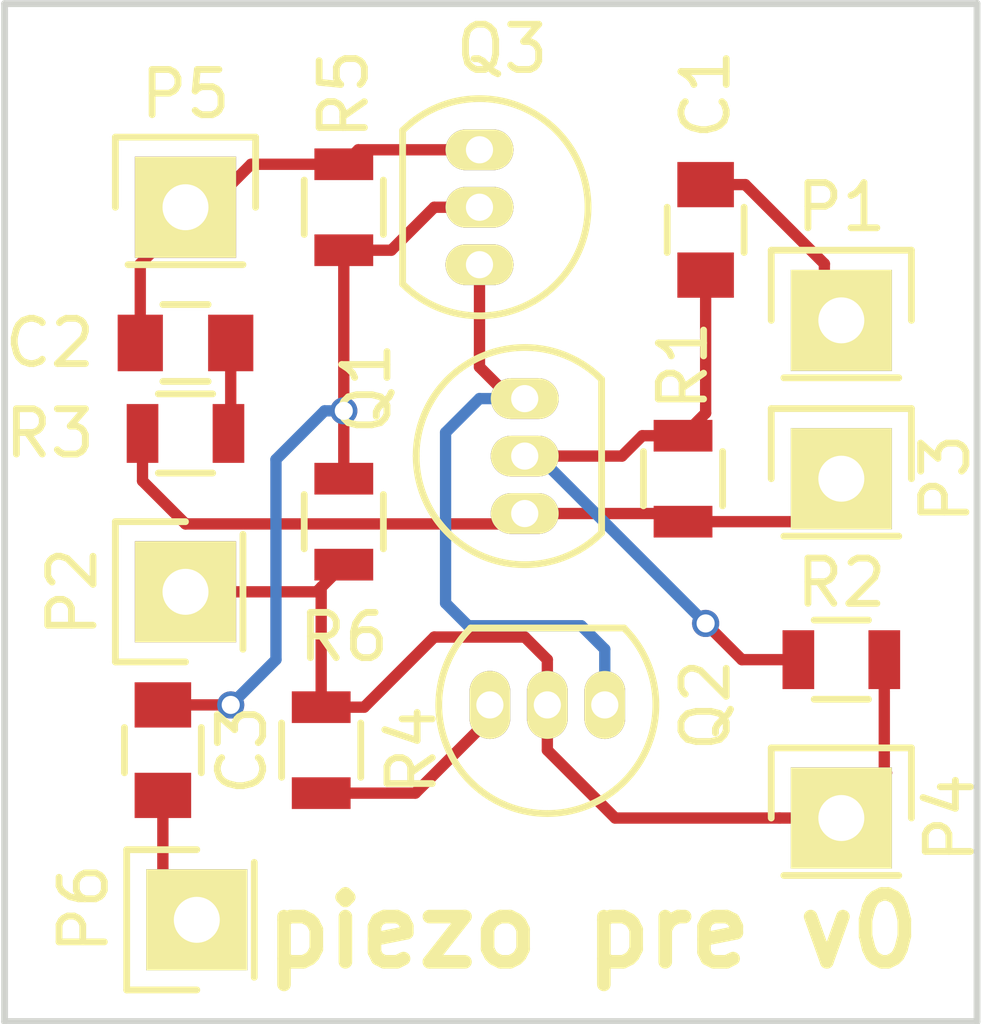
<source format=kicad_pcb>
(kicad_pcb (version 4) (host pcbnew 4.0.4+e1-6308~48~ubuntu14.04.1-stable)

  (general
    (links 23)
    (no_connects 0)
    (area 153.966667 90.419445 178.533334 115.783333)
    (thickness 1.6)
    (drawings 5)
    (tracks 77)
    (zones 0)
    (modules 18)
    (nets 11)
  )

  (page A4)
  (layers
    (0 F.Cu signal)
    (31 B.Cu signal)
    (32 B.Adhes user)
    (33 F.Adhes user)
    (34 B.Paste user)
    (35 F.Paste user)
    (36 B.SilkS user)
    (37 F.SilkS user)
    (38 B.Mask user)
    (39 F.Mask user)
    (40 Dwgs.User user)
    (41 Cmts.User user)
    (42 Eco1.User user)
    (43 Eco2.User user)
    (44 Edge.Cuts user)
    (45 Margin user)
    (46 B.CrtYd user)
    (47 F.CrtYd user)
    (48 B.Fab user hide)
    (49 F.Fab user hide)
  )

  (setup
    (last_trace_width 0.25)
    (trace_clearance 0.2)
    (zone_clearance 0.508)
    (zone_45_only no)
    (trace_min 0.2)
    (segment_width 0.2)
    (edge_width 0.15)
    (via_size 0.6)
    (via_drill 0.4)
    (via_min_size 0.4)
    (via_min_drill 0.3)
    (uvia_size 0.3)
    (uvia_drill 0.1)
    (uvias_allowed no)
    (uvia_min_size 0.2)
    (uvia_min_drill 0.1)
    (pcb_text_width 0.3)
    (pcb_text_size 1.5 1.5)
    (mod_edge_width 0.15)
    (mod_text_size 1 1)
    (mod_text_width 0.15)
    (pad_size 1.524 1.524)
    (pad_drill 0.762)
    (pad_to_mask_clearance 0.2)
    (aux_axis_origin 0 0)
    (visible_elements FFFFFF7F)
    (pcbplotparams
      (layerselection 0x00030_80000001)
      (usegerberextensions false)
      (excludeedgelayer true)
      (linewidth 0.100000)
      (plotframeref false)
      (viasonmask false)
      (mode 1)
      (useauxorigin false)
      (hpglpennumber 1)
      (hpglpenspeed 20)
      (hpglpendiameter 15)
      (hpglpenoverlay 2)
      (psnegative false)
      (psa4output false)
      (plotreference true)
      (plotvalue true)
      (plotinvisibletext false)
      (padsonsilk false)
      (subtractmaskfromsilk false)
      (outputformat 1)
      (mirror false)
      (drillshape 1)
      (scaleselection 1)
      (outputdirectory ""))
  )

  (net 0 "")
  (net 1 /PZ-IN1)
  (net 2 "Net-(C1-Pad2)")
  (net 3 "Net-(C2-Pad1)")
  (net 4 /XLR3)
  (net 5 "Net-(C3-Pad1)")
  (net 6 /PZ-IN2)
  (net 7 /PZ-GND)
  (net 8 /XLR2)
  (net 9 "Net-(Q1-Pad3)")
  (net 10 "Net-(Q2-Pad3)")

  (net_class Default "This is the default net class."
    (clearance 0.2)
    (trace_width 0.25)
    (via_dia 0.6)
    (via_drill 0.4)
    (uvia_dia 0.3)
    (uvia_drill 0.1)
    (add_net /PZ-GND)
    (add_net /PZ-IN1)
    (add_net /PZ-IN2)
    (add_net /XLR2)
    (add_net /XLR3)
    (add_net "Net-(C1-Pad2)")
    (add_net "Net-(C2-Pad1)")
    (add_net "Net-(C3-Pad1)")
    (add_net "Net-(Q1-Pad3)")
    (add_net "Net-(Q2-Pad3)")
  )

  (module Capacitors_SMD:C_0805 placed (layer F.Cu) (tedit 5415D6EA) (tstamp 57EEF93A)
    (at 170.5 95.5 270)
    (descr "Capacitor SMD 0805, reflow soldering, AVX (see smccp.pdf)")
    (tags "capacitor 0805")
    (path /57E24387)
    (attr smd)
    (fp_text reference C1 (at -3 0 270) (layer F.SilkS)
      (effects (font (size 1 1) (thickness 0.15)))
    )
    (fp_text value 220p (at 0 2.1 270) (layer F.Fab)
      (effects (font (size 1 1) (thickness 0.15)))
    )
    (fp_line (start -1.8 -1) (end 1.8 -1) (layer F.CrtYd) (width 0.05))
    (fp_line (start -1.8 1) (end 1.8 1) (layer F.CrtYd) (width 0.05))
    (fp_line (start -1.8 -1) (end -1.8 1) (layer F.CrtYd) (width 0.05))
    (fp_line (start 1.8 -1) (end 1.8 1) (layer F.CrtYd) (width 0.05))
    (fp_line (start 0.5 -0.85) (end -0.5 -0.85) (layer F.SilkS) (width 0.15))
    (fp_line (start -0.5 0.85) (end 0.5 0.85) (layer F.SilkS) (width 0.15))
    (pad 1 smd rect (at -1 0 270) (size 1 1.25) (layers F.Cu F.Paste F.Mask)
      (net 1 /PZ-IN1))
    (pad 2 smd rect (at 1 0 270) (size 1 1.25) (layers F.Cu F.Paste F.Mask)
      (net 2 "Net-(C1-Pad2)"))
    (model Capacitors_SMD.3dshapes/C_0805.wrl
      (at (xyz 0 0 0))
      (scale (xyz 1 1 1))
      (rotate (xyz 0 0 0))
    )
  )

  (module Capacitors_SMD:C_0805 placed (layer F.Cu) (tedit 5415D6EA) (tstamp 57EEF940)
    (at 159 98 180)
    (descr "Capacitor SMD 0805, reflow soldering, AVX (see smccp.pdf)")
    (tags "capacitor 0805")
    (path /57E24944)
    (attr smd)
    (fp_text reference C2 (at 3 0 180) (layer F.SilkS)
      (effects (font (size 1 1) (thickness 0.15)))
    )
    (fp_text value 220p (at 0 2.1 180) (layer F.Fab)
      (effects (font (size 1 1) (thickness 0.15)))
    )
    (fp_line (start -1.8 -1) (end 1.8 -1) (layer F.CrtYd) (width 0.05))
    (fp_line (start -1.8 1) (end 1.8 1) (layer F.CrtYd) (width 0.05))
    (fp_line (start -1.8 -1) (end -1.8 1) (layer F.CrtYd) (width 0.05))
    (fp_line (start 1.8 -1) (end 1.8 1) (layer F.CrtYd) (width 0.05))
    (fp_line (start 0.5 -0.85) (end -0.5 -0.85) (layer F.SilkS) (width 0.15))
    (fp_line (start -0.5 0.85) (end 0.5 0.85) (layer F.SilkS) (width 0.15))
    (pad 1 smd rect (at -1 0 180) (size 1 1.25) (layers F.Cu F.Paste F.Mask)
      (net 3 "Net-(C2-Pad1)"))
    (pad 2 smd rect (at 1 0 180) (size 1 1.25) (layers F.Cu F.Paste F.Mask)
      (net 4 /XLR3))
    (model Capacitors_SMD.3dshapes/C_0805.wrl
      (at (xyz 0 0 0))
      (scale (xyz 1 1 1))
      (rotate (xyz 0 0 0))
    )
  )

  (module Capacitors_SMD:C_0805 placed (layer F.Cu) (tedit 5415D6EA) (tstamp 57EEF946)
    (at 158.5 107 270)
    (descr "Capacitor SMD 0805, reflow soldering, AVX (see smccp.pdf)")
    (tags "capacitor 0805")
    (path /57E257BB)
    (attr smd)
    (fp_text reference C3 (at 0 -1.75 270) (layer F.SilkS)
      (effects (font (size 1 1) (thickness 0.15)))
    )
    (fp_text value 220p (at 0 2.1 270) (layer F.Fab)
      (effects (font (size 1 1) (thickness 0.15)))
    )
    (fp_line (start -1.8 -1) (end 1.8 -1) (layer F.CrtYd) (width 0.05))
    (fp_line (start -1.8 1) (end 1.8 1) (layer F.CrtYd) (width 0.05))
    (fp_line (start -1.8 -1) (end -1.8 1) (layer F.CrtYd) (width 0.05))
    (fp_line (start 1.8 -1) (end 1.8 1) (layer F.CrtYd) (width 0.05))
    (fp_line (start 0.5 -0.85) (end -0.5 -0.85) (layer F.SilkS) (width 0.15))
    (fp_line (start -0.5 0.85) (end 0.5 0.85) (layer F.SilkS) (width 0.15))
    (pad 1 smd rect (at -1 0 270) (size 1 1.25) (layers F.Cu F.Paste F.Mask)
      (net 5 "Net-(C3-Pad1)"))
    (pad 2 smd rect (at 1 0 270) (size 1 1.25) (layers F.Cu F.Paste F.Mask)
      (net 6 /PZ-IN2))
    (model Capacitors_SMD.3dshapes/C_0805.wrl
      (at (xyz 0 0 0))
      (scale (xyz 1 1 1))
      (rotate (xyz 0 0 0))
    )
  )

  (module Pin_Headers:Pin_Header_Straight_1x01 placed (layer F.Cu) (tedit 54EA08DC) (tstamp 57EEF94B)
    (at 173.5 97.5)
    (descr "Through hole pin header")
    (tags "pin header")
    (path /57E26FAC)
    (fp_text reference P1 (at 0 -2.5) (layer F.SilkS)
      (effects (font (size 1 1) (thickness 0.15)))
    )
    (fp_text value CONN_01X01 (at 0 -3.1) (layer F.Fab)
      (effects (font (size 1 1) (thickness 0.15)))
    )
    (fp_line (start 1.55 -1.55) (end 1.55 0) (layer F.SilkS) (width 0.15))
    (fp_line (start -1.75 -1.75) (end -1.75 1.75) (layer F.CrtYd) (width 0.05))
    (fp_line (start 1.75 -1.75) (end 1.75 1.75) (layer F.CrtYd) (width 0.05))
    (fp_line (start -1.75 -1.75) (end 1.75 -1.75) (layer F.CrtYd) (width 0.05))
    (fp_line (start -1.75 1.75) (end 1.75 1.75) (layer F.CrtYd) (width 0.05))
    (fp_line (start -1.55 0) (end -1.55 -1.55) (layer F.SilkS) (width 0.15))
    (fp_line (start -1.55 -1.55) (end 1.55 -1.55) (layer F.SilkS) (width 0.15))
    (fp_line (start -1.27 1.27) (end 1.27 1.27) (layer F.SilkS) (width 0.15))
    (pad 1 thru_hole rect (at 0 0) (size 2.2352 2.2352) (drill 1.016) (layers *.Cu *.Mask F.SilkS)
      (net 1 /PZ-IN1))
    (model Pin_Headers.3dshapes/Pin_Header_Straight_1x01.wrl
      (at (xyz 0 0 0))
      (scale (xyz 1 1 1))
      (rotate (xyz 0 0 90))
    )
  )

  (module Pin_Headers:Pin_Header_Straight_1x01 placed (layer F.Cu) (tedit 54EA08DC) (tstamp 57EEF950)
    (at 159 103.5 90)
    (descr "Through hole pin header")
    (tags "pin header")
    (path /57E27B2F)
    (fp_text reference P2 (at 0 -2.5 90) (layer F.SilkS)
      (effects (font (size 1 1) (thickness 0.15)))
    )
    (fp_text value CONN_01X01 (at 0 -3.1 90) (layer F.Fab)
      (effects (font (size 1 1) (thickness 0.15)))
    )
    (fp_line (start 1.55 -1.55) (end 1.55 0) (layer F.SilkS) (width 0.15))
    (fp_line (start -1.75 -1.75) (end -1.75 1.75) (layer F.CrtYd) (width 0.05))
    (fp_line (start 1.75 -1.75) (end 1.75 1.75) (layer F.CrtYd) (width 0.05))
    (fp_line (start -1.75 -1.75) (end 1.75 -1.75) (layer F.CrtYd) (width 0.05))
    (fp_line (start -1.75 1.75) (end 1.75 1.75) (layer F.CrtYd) (width 0.05))
    (fp_line (start -1.55 0) (end -1.55 -1.55) (layer F.SilkS) (width 0.15))
    (fp_line (start -1.55 -1.55) (end 1.55 -1.55) (layer F.SilkS) (width 0.15))
    (fp_line (start -1.27 1.27) (end 1.27 1.27) (layer F.SilkS) (width 0.15))
    (pad 1 thru_hole rect (at 0 0 90) (size 2.2352 2.2352) (drill 1.016) (layers *.Cu *.Mask F.SilkS)
      (net 7 /PZ-GND))
    (model Pin_Headers.3dshapes/Pin_Header_Straight_1x01.wrl
      (at (xyz 0 0 0))
      (scale (xyz 1 1 1))
      (rotate (xyz 0 0 90))
    )
  )

  (module Pin_Headers:Pin_Header_Straight_1x01 placed (layer F.Cu) (tedit 54EA08DC) (tstamp 57EEF955)
    (at 173.5 101)
    (descr "Through hole pin header")
    (tags "pin header")
    (path /57E277F4)
    (fp_text reference P3 (at 2.3 0 90) (layer F.SilkS)
      (effects (font (size 1 1) (thickness 0.15)))
    )
    (fp_text value CONN_01X01 (at 0 -3.1) (layer F.Fab)
      (effects (font (size 1 1) (thickness 0.15)))
    )
    (fp_line (start 1.55 -1.55) (end 1.55 0) (layer F.SilkS) (width 0.15))
    (fp_line (start -1.75 -1.75) (end -1.75 1.75) (layer F.CrtYd) (width 0.05))
    (fp_line (start 1.75 -1.75) (end 1.75 1.75) (layer F.CrtYd) (width 0.05))
    (fp_line (start -1.75 -1.75) (end 1.75 -1.75) (layer F.CrtYd) (width 0.05))
    (fp_line (start -1.75 1.75) (end 1.75 1.75) (layer F.CrtYd) (width 0.05))
    (fp_line (start -1.55 0) (end -1.55 -1.55) (layer F.SilkS) (width 0.15))
    (fp_line (start -1.55 -1.55) (end 1.55 -1.55) (layer F.SilkS) (width 0.15))
    (fp_line (start -1.27 1.27) (end 1.27 1.27) (layer F.SilkS) (width 0.15))
    (pad 1 thru_hole rect (at 0 0) (size 2.2352 2.2352) (drill 1.016) (layers *.Cu *.Mask F.SilkS)
      (net 8 /XLR2))
    (model Pin_Headers.3dshapes/Pin_Header_Straight_1x01.wrl
      (at (xyz 0 0 0))
      (scale (xyz 1 1 1))
      (rotate (xyz 0 0 90))
    )
  )

  (module Pin_Headers:Pin_Header_Straight_1x01 placed (layer F.Cu) (tedit 54EA08DC) (tstamp 57EEF95A)
    (at 173.5 108.5)
    (descr "Through hole pin header")
    (tags "pin header")
    (path /57E27A1E)
    (fp_text reference P4 (at 2.4 0 90) (layer F.SilkS)
      (effects (font (size 1 1) (thickness 0.15)))
    )
    (fp_text value CONN_01X01 (at 0 -3.1) (layer F.Fab)
      (effects (font (size 1 1) (thickness 0.15)))
    )
    (fp_line (start 1.55 -1.55) (end 1.55 0) (layer F.SilkS) (width 0.15))
    (fp_line (start -1.75 -1.75) (end -1.75 1.75) (layer F.CrtYd) (width 0.05))
    (fp_line (start 1.75 -1.75) (end 1.75 1.75) (layer F.CrtYd) (width 0.05))
    (fp_line (start -1.75 -1.75) (end 1.75 -1.75) (layer F.CrtYd) (width 0.05))
    (fp_line (start -1.75 1.75) (end 1.75 1.75) (layer F.CrtYd) (width 0.05))
    (fp_line (start -1.55 0) (end -1.55 -1.55) (layer F.SilkS) (width 0.15))
    (fp_line (start -1.55 -1.55) (end 1.55 -1.55) (layer F.SilkS) (width 0.15))
    (fp_line (start -1.27 1.27) (end 1.27 1.27) (layer F.SilkS) (width 0.15))
    (pad 1 thru_hole rect (at 0 0) (size 2.2352 2.2352) (drill 1.016) (layers *.Cu *.Mask F.SilkS)
      (net 7 /PZ-GND))
    (model Pin_Headers.3dshapes/Pin_Header_Straight_1x01.wrl
      (at (xyz 0 0 0))
      (scale (xyz 1 1 1))
      (rotate (xyz 0 0 90))
    )
  )

  (module Pin_Headers:Pin_Header_Straight_1x01 placed (layer F.Cu) (tedit 54EA08DC) (tstamp 57EEF95F)
    (at 159 95)
    (descr "Through hole pin header")
    (tags "pin header")
    (path /57E27860)
    (fp_text reference P5 (at 0 -2.5) (layer F.SilkS)
      (effects (font (size 1 1) (thickness 0.15)))
    )
    (fp_text value CONN_01X01 (at 0 -3.1) (layer F.Fab)
      (effects (font (size 1 1) (thickness 0.15)))
    )
    (fp_line (start 1.55 -1.55) (end 1.55 0) (layer F.SilkS) (width 0.15))
    (fp_line (start -1.75 -1.75) (end -1.75 1.75) (layer F.CrtYd) (width 0.05))
    (fp_line (start 1.75 -1.75) (end 1.75 1.75) (layer F.CrtYd) (width 0.05))
    (fp_line (start -1.75 -1.75) (end 1.75 -1.75) (layer F.CrtYd) (width 0.05))
    (fp_line (start -1.75 1.75) (end 1.75 1.75) (layer F.CrtYd) (width 0.05))
    (fp_line (start -1.55 0) (end -1.55 -1.55) (layer F.SilkS) (width 0.15))
    (fp_line (start -1.55 -1.55) (end 1.55 -1.55) (layer F.SilkS) (width 0.15))
    (fp_line (start -1.27 1.27) (end 1.27 1.27) (layer F.SilkS) (width 0.15))
    (pad 1 thru_hole rect (at 0 0) (size 2.2352 2.2352) (drill 1.016) (layers *.Cu *.Mask F.SilkS)
      (net 4 /XLR3))
    (model Pin_Headers.3dshapes/Pin_Header_Straight_1x01.wrl
      (at (xyz 0 0 0))
      (scale (xyz 1 1 1))
      (rotate (xyz 0 0 90))
    )
  )

  (module Pin_Headers:Pin_Header_Straight_1x01 placed (layer F.Cu) (tedit 54EA08DC) (tstamp 57EEF964)
    (at 159.25 110.75 90)
    (descr "Through hole pin header")
    (tags "pin header")
    (path /57E27950)
    (fp_text reference P6 (at 0.25 -2.5 90) (layer F.SilkS)
      (effects (font (size 1 1) (thickness 0.15)))
    )
    (fp_text value CONN_01X01 (at 0 -3.1 90) (layer F.Fab)
      (effects (font (size 1 1) (thickness 0.15)))
    )
    (fp_line (start 1.55 -1.55) (end 1.55 0) (layer F.SilkS) (width 0.15))
    (fp_line (start -1.75 -1.75) (end -1.75 1.75) (layer F.CrtYd) (width 0.05))
    (fp_line (start 1.75 -1.75) (end 1.75 1.75) (layer F.CrtYd) (width 0.05))
    (fp_line (start -1.75 -1.75) (end 1.75 -1.75) (layer F.CrtYd) (width 0.05))
    (fp_line (start -1.75 1.75) (end 1.75 1.75) (layer F.CrtYd) (width 0.05))
    (fp_line (start -1.55 0) (end -1.55 -1.55) (layer F.SilkS) (width 0.15))
    (fp_line (start -1.55 -1.55) (end 1.55 -1.55) (layer F.SilkS) (width 0.15))
    (fp_line (start -1.27 1.27) (end 1.27 1.27) (layer F.SilkS) (width 0.15))
    (pad 1 thru_hole rect (at 0 0 90) (size 2.2352 2.2352) (drill 1.016) (layers *.Cu *.Mask F.SilkS)
      (net 6 /PZ-IN2))
    (model Pin_Headers.3dshapes/Pin_Header_Straight_1x01.wrl
      (at (xyz 0 0 0))
      (scale (xyz 1 1 1))
      (rotate (xyz 0 0 90))
    )
  )

  (module TO_SOT_Packages_THT:TO-92_Inline_Narrow_Oval placed (layer F.Cu) (tedit 54F24281) (tstamp 57EEF96B)
    (at 166.5 101.77 90)
    (descr "TO-92 leads in-line, narrow, oval pads, drill 0.6mm (see NXP sot054_po.pdf)")
    (tags "to-92 sc-43 sc-43a sot54 PA33 transistor")
    (path /57E24501)
    (fp_text reference Q1 (at 2.77 -3.5 270) (layer F.SilkS)
      (effects (font (size 1 1) (thickness 0.15)))
    )
    (fp_text value 2N3819 (at 0 3 90) (layer F.Fab)
      (effects (font (size 1 1) (thickness 0.15)))
    )
    (fp_line (start -1.4 1.95) (end -1.4 -2.65) (layer F.CrtYd) (width 0.05))
    (fp_line (start -1.4 1.95) (end 3.95 1.95) (layer F.CrtYd) (width 0.05))
    (fp_line (start -0.43 1.7) (end 2.97 1.7) (layer F.SilkS) (width 0.15))
    (fp_arc (start 1.27 0) (end 1.27 -2.4) (angle -135) (layer F.SilkS) (width 0.15))
    (fp_arc (start 1.27 0) (end 1.27 -2.4) (angle 135) (layer F.SilkS) (width 0.15))
    (fp_line (start -1.4 -2.65) (end 3.95 -2.65) (layer F.CrtYd) (width 0.05))
    (fp_line (start 3.95 1.95) (end 3.95 -2.65) (layer F.CrtYd) (width 0.05))
    (pad 2 thru_hole oval (at 1.27 0 270) (size 0.89916 1.50114) (drill 0.6) (layers *.Cu *.Mask F.SilkS)
      (net 2 "Net-(C1-Pad2)"))
    (pad 3 thru_hole oval (at 2.54 0 270) (size 0.89916 1.50114) (drill 0.6) (layers *.Cu *.Mask F.SilkS)
      (net 9 "Net-(Q1-Pad3)"))
    (pad 1 thru_hole oval (at 0 0 270) (size 0.89916 1.50114) (drill 0.6) (layers *.Cu *.Mask F.SilkS)
      (net 8 /XLR2))
    (model TO_SOT_Packages_THT.3dshapes/TO-92_Inline_Narrow_Oval.wrl
      (at (xyz 0.05 0 0))
      (scale (xyz 1 1 1))
      (rotate (xyz 0 0 -90))
    )
  )

  (module TO_SOT_Packages_THT:TO-92_Inline_Narrow_Oval placed (layer F.Cu) (tedit 54F24281) (tstamp 57EEF972)
    (at 168.27 106 180)
    (descr "TO-92 leads in-line, narrow, oval pads, drill 0.6mm (see NXP sot054_po.pdf)")
    (tags "to-92 sc-43 sc-43a sot54 PA33 transistor")
    (path /57E24DED)
    (fp_text reference Q2 (at -2.23 0 270) (layer F.SilkS)
      (effects (font (size 1 1) (thickness 0.15)))
    )
    (fp_text value 2N3819 (at 0 3 180) (layer F.Fab)
      (effects (font (size 1 1) (thickness 0.15)))
    )
    (fp_line (start -1.4 1.95) (end -1.4 -2.65) (layer F.CrtYd) (width 0.05))
    (fp_line (start -1.4 1.95) (end 3.95 1.95) (layer F.CrtYd) (width 0.05))
    (fp_line (start -0.43 1.7) (end 2.97 1.7) (layer F.SilkS) (width 0.15))
    (fp_arc (start 1.27 0) (end 1.27 -2.4) (angle -135) (layer F.SilkS) (width 0.15))
    (fp_arc (start 1.27 0) (end 1.27 -2.4) (angle 135) (layer F.SilkS) (width 0.15))
    (fp_line (start -1.4 -2.65) (end 3.95 -2.65) (layer F.CrtYd) (width 0.05))
    (fp_line (start 3.95 1.95) (end 3.95 -2.65) (layer F.CrtYd) (width 0.05))
    (pad 2 thru_hole oval (at 1.27 0) (size 0.89916 1.50114) (drill 0.6) (layers *.Cu *.Mask F.SilkS)
      (net 7 /PZ-GND))
    (pad 3 thru_hole oval (at 2.54 0) (size 0.89916 1.50114) (drill 0.6) (layers *.Cu *.Mask F.SilkS)
      (net 10 "Net-(Q2-Pad3)"))
    (pad 1 thru_hole oval (at 0 0) (size 0.89916 1.50114) (drill 0.6) (layers *.Cu *.Mask F.SilkS)
      (net 9 "Net-(Q1-Pad3)"))
    (model TO_SOT_Packages_THT.3dshapes/TO-92_Inline_Narrow_Oval.wrl
      (at (xyz 0.05 0 0))
      (scale (xyz 1 1 1))
      (rotate (xyz 0 0 -90))
    )
  )

  (module TO_SOT_Packages_THT:TO-92_Inline_Narrow_Oval placed (layer F.Cu) (tedit 54F24281) (tstamp 57EEF979)
    (at 165.5 93.73 270)
    (descr "TO-92 leads in-line, narrow, oval pads, drill 0.6mm (see NXP sot054_po.pdf)")
    (tags "to-92 sc-43 sc-43a sot54 PA33 transistor")
    (path /57E24CAE)
    (fp_text reference Q3 (at -2.23 -0.5 540) (layer F.SilkS)
      (effects (font (size 1 1) (thickness 0.15)))
    )
    (fp_text value 2N3819 (at 0 3 270) (layer F.Fab)
      (effects (font (size 1 1) (thickness 0.15)))
    )
    (fp_line (start -1.4 1.95) (end -1.4 -2.65) (layer F.CrtYd) (width 0.05))
    (fp_line (start -1.4 1.95) (end 3.95 1.95) (layer F.CrtYd) (width 0.05))
    (fp_line (start -0.43 1.7) (end 2.97 1.7) (layer F.SilkS) (width 0.15))
    (fp_arc (start 1.27 0) (end 1.27 -2.4) (angle -135) (layer F.SilkS) (width 0.15))
    (fp_arc (start 1.27 0) (end 1.27 -2.4) (angle 135) (layer F.SilkS) (width 0.15))
    (fp_line (start -1.4 -2.65) (end 3.95 -2.65) (layer F.CrtYd) (width 0.05))
    (fp_line (start 3.95 1.95) (end 3.95 -2.65) (layer F.CrtYd) (width 0.05))
    (pad 2 thru_hole oval (at 1.27 0 90) (size 0.89916 1.50114) (drill 0.6) (layers *.Cu *.Mask F.SilkS)
      (net 5 "Net-(C3-Pad1)"))
    (pad 3 thru_hole oval (at 2.54 0 90) (size 0.89916 1.50114) (drill 0.6) (layers *.Cu *.Mask F.SilkS)
      (net 9 "Net-(Q1-Pad3)"))
    (pad 1 thru_hole oval (at 0 0 90) (size 0.89916 1.50114) (drill 0.6) (layers *.Cu *.Mask F.SilkS)
      (net 4 /XLR3))
    (model TO_SOT_Packages_THT.3dshapes/TO-92_Inline_Narrow_Oval.wrl
      (at (xyz 0.05 0 0))
      (scale (xyz 1 1 1))
      (rotate (xyz 0 0 -90))
    )
  )

  (module Resistors_SMD:R_0805 placed (layer F.Cu) (tedit 5415CDEB) (tstamp 57EEF97F)
    (at 170 101 90)
    (descr "Resistor SMD 0805, reflow soldering, Vishay (see dcrcw.pdf)")
    (tags "resistor 0805")
    (path /57E2447B)
    (attr smd)
    (fp_text reference R1 (at 2.5 0 90) (layer F.SilkS)
      (effects (font (size 1 1) (thickness 0.15)))
    )
    (fp_text value 3M (at 0 2.1 90) (layer F.Fab)
      (effects (font (size 1 1) (thickness 0.15)))
    )
    (fp_line (start -1.6 -1) (end 1.6 -1) (layer F.CrtYd) (width 0.05))
    (fp_line (start -1.6 1) (end 1.6 1) (layer F.CrtYd) (width 0.05))
    (fp_line (start -1.6 -1) (end -1.6 1) (layer F.CrtYd) (width 0.05))
    (fp_line (start 1.6 -1) (end 1.6 1) (layer F.CrtYd) (width 0.05))
    (fp_line (start 0.6 0.875) (end -0.6 0.875) (layer F.SilkS) (width 0.15))
    (fp_line (start -0.6 -0.875) (end 0.6 -0.875) (layer F.SilkS) (width 0.15))
    (pad 1 smd rect (at -0.95 0 90) (size 0.7 1.3) (layers F.Cu F.Paste F.Mask)
      (net 8 /XLR2))
    (pad 2 smd rect (at 0.95 0 90) (size 0.7 1.3) (layers F.Cu F.Paste F.Mask)
      (net 2 "Net-(C1-Pad2)"))
    (model Resistors_SMD.3dshapes/R_0805.wrl
      (at (xyz 0 0 0))
      (scale (xyz 1 1 1))
      (rotate (xyz 0 0 0))
    )
  )

  (module Resistors_SMD:R_0805 placed (layer F.Cu) (tedit 5415CDEB) (tstamp 57EEF985)
    (at 173.5 105)
    (descr "Resistor SMD 0805, reflow soldering, Vishay (see dcrcw.pdf)")
    (tags "resistor 0805")
    (path /57E248A9)
    (attr smd)
    (fp_text reference R2 (at 0 -1.7) (layer F.SilkS)
      (effects (font (size 1 1) (thickness 0.15)))
    )
    (fp_text value 3M (at 0 2.1) (layer F.Fab)
      (effects (font (size 1 1) (thickness 0.15)))
    )
    (fp_line (start -1.6 -1) (end 1.6 -1) (layer F.CrtYd) (width 0.05))
    (fp_line (start -1.6 1) (end 1.6 1) (layer F.CrtYd) (width 0.05))
    (fp_line (start -1.6 -1) (end -1.6 1) (layer F.CrtYd) (width 0.05))
    (fp_line (start 1.6 -1) (end 1.6 1) (layer F.CrtYd) (width 0.05))
    (fp_line (start 0.6 0.875) (end -0.6 0.875) (layer F.SilkS) (width 0.15))
    (fp_line (start -0.6 -0.875) (end 0.6 -0.875) (layer F.SilkS) (width 0.15))
    (pad 1 smd rect (at -0.95 0) (size 0.7 1.3) (layers F.Cu F.Paste F.Mask)
      (net 2 "Net-(C1-Pad2)"))
    (pad 2 smd rect (at 0.95 0) (size 0.7 1.3) (layers F.Cu F.Paste F.Mask)
      (net 7 /PZ-GND))
    (model Resistors_SMD.3dshapes/R_0805.wrl
      (at (xyz 0 0 0))
      (scale (xyz 1 1 1))
      (rotate (xyz 0 0 0))
    )
  )

  (module Resistors_SMD:R_0805 placed (layer F.Cu) (tedit 5415CDEB) (tstamp 57EEF98B)
    (at 159 100)
    (descr "Resistor SMD 0805, reflow soldering, Vishay (see dcrcw.pdf)")
    (tags "resistor 0805")
    (path /57E249F4)
    (attr smd)
    (fp_text reference R3 (at -3 0) (layer F.SilkS)
      (effects (font (size 1 1) (thickness 0.15)))
    )
    (fp_text value 150 (at 0 2.1) (layer F.Fab)
      (effects (font (size 1 1) (thickness 0.15)))
    )
    (fp_line (start -1.6 -1) (end 1.6 -1) (layer F.CrtYd) (width 0.05))
    (fp_line (start -1.6 1) (end 1.6 1) (layer F.CrtYd) (width 0.05))
    (fp_line (start -1.6 -1) (end -1.6 1) (layer F.CrtYd) (width 0.05))
    (fp_line (start 1.6 -1) (end 1.6 1) (layer F.CrtYd) (width 0.05))
    (fp_line (start 0.6 0.875) (end -0.6 0.875) (layer F.SilkS) (width 0.15))
    (fp_line (start -0.6 -0.875) (end 0.6 -0.875) (layer F.SilkS) (width 0.15))
    (pad 1 smd rect (at -0.95 0) (size 0.7 1.3) (layers F.Cu F.Paste F.Mask)
      (net 8 /XLR2))
    (pad 2 smd rect (at 0.95 0) (size 0.7 1.3) (layers F.Cu F.Paste F.Mask)
      (net 3 "Net-(C2-Pad1)"))
    (model Resistors_SMD.3dshapes/R_0805.wrl
      (at (xyz 0 0 0))
      (scale (xyz 1 1 1))
      (rotate (xyz 0 0 0))
    )
  )

  (module Resistors_SMD:R_0805 placed (layer F.Cu) (tedit 5415CDEB) (tstamp 57EEF991)
    (at 162 107 90)
    (descr "Resistor SMD 0805, reflow soldering, Vishay (see dcrcw.pdf)")
    (tags "resistor 0805")
    (path /57E25184)
    (attr smd)
    (fp_text reference R4 (at 0 2 270) (layer F.SilkS)
      (effects (font (size 1 1) (thickness 0.15)))
    )
    (fp_text value 1k (at 0 2.1 90) (layer F.Fab)
      (effects (font (size 1 1) (thickness 0.15)))
    )
    (fp_line (start -1.6 -1) (end 1.6 -1) (layer F.CrtYd) (width 0.05))
    (fp_line (start -1.6 1) (end 1.6 1) (layer F.CrtYd) (width 0.05))
    (fp_line (start -1.6 -1) (end -1.6 1) (layer F.CrtYd) (width 0.05))
    (fp_line (start 1.6 -1) (end 1.6 1) (layer F.CrtYd) (width 0.05))
    (fp_line (start 0.6 0.875) (end -0.6 0.875) (layer F.SilkS) (width 0.15))
    (fp_line (start -0.6 -0.875) (end 0.6 -0.875) (layer F.SilkS) (width 0.15))
    (pad 1 smd rect (at -0.95 0 90) (size 0.7 1.3) (layers F.Cu F.Paste F.Mask)
      (net 10 "Net-(Q2-Pad3)"))
    (pad 2 smd rect (at 0.95 0 90) (size 0.7 1.3) (layers F.Cu F.Paste F.Mask)
      (net 7 /PZ-GND))
    (model Resistors_SMD.3dshapes/R_0805.wrl
      (at (xyz 0 0 0))
      (scale (xyz 1 1 1))
      (rotate (xyz 0 0 0))
    )
  )

  (module Resistors_SMD:R_0805 placed (layer F.Cu) (tedit 5415CDEB) (tstamp 57EEF997)
    (at 162.5 95 270)
    (descr "Resistor SMD 0805, reflow soldering, Vishay (see dcrcw.pdf)")
    (tags "resistor 0805")
    (path /57E25EDD)
    (attr smd)
    (fp_text reference R5 (at -2.5 0 270) (layer F.SilkS)
      (effects (font (size 1 1) (thickness 0.15)))
    )
    (fp_text value 3M (at 0 2.1 270) (layer F.Fab)
      (effects (font (size 1 1) (thickness 0.15)))
    )
    (fp_line (start -1.6 -1) (end 1.6 -1) (layer F.CrtYd) (width 0.05))
    (fp_line (start -1.6 1) (end 1.6 1) (layer F.CrtYd) (width 0.05))
    (fp_line (start -1.6 -1) (end -1.6 1) (layer F.CrtYd) (width 0.05))
    (fp_line (start 1.6 -1) (end 1.6 1) (layer F.CrtYd) (width 0.05))
    (fp_line (start 0.6 0.875) (end -0.6 0.875) (layer F.SilkS) (width 0.15))
    (fp_line (start -0.6 -0.875) (end 0.6 -0.875) (layer F.SilkS) (width 0.15))
    (pad 1 smd rect (at -0.95 0 270) (size 0.7 1.3) (layers F.Cu F.Paste F.Mask)
      (net 4 /XLR3))
    (pad 2 smd rect (at 0.95 0 270) (size 0.7 1.3) (layers F.Cu F.Paste F.Mask)
      (net 5 "Net-(C3-Pad1)"))
    (model Resistors_SMD.3dshapes/R_0805.wrl
      (at (xyz 0 0 0))
      (scale (xyz 1 1 1))
      (rotate (xyz 0 0 0))
    )
  )

  (module Resistors_SMD:R_0805 placed (layer F.Cu) (tedit 5415CDEB) (tstamp 57EEF99D)
    (at 162.5 101.95 270)
    (descr "Resistor SMD 0805, reflow soldering, Vishay (see dcrcw.pdf)")
    (tags "resistor 0805")
    (path /57E253BE)
    (attr smd)
    (fp_text reference R6 (at 2.55 0 360) (layer F.SilkS)
      (effects (font (size 1 1) (thickness 0.15)))
    )
    (fp_text value 3M (at 0 2.1 270) (layer F.Fab)
      (effects (font (size 1 1) (thickness 0.15)))
    )
    (fp_line (start -1.6 -1) (end 1.6 -1) (layer F.CrtYd) (width 0.05))
    (fp_line (start -1.6 1) (end 1.6 1) (layer F.CrtYd) (width 0.05))
    (fp_line (start -1.6 -1) (end -1.6 1) (layer F.CrtYd) (width 0.05))
    (fp_line (start 1.6 -1) (end 1.6 1) (layer F.CrtYd) (width 0.05))
    (fp_line (start 0.6 0.875) (end -0.6 0.875) (layer F.SilkS) (width 0.15))
    (fp_line (start -0.6 -0.875) (end 0.6 -0.875) (layer F.SilkS) (width 0.15))
    (pad 1 smd rect (at -0.95 0 270) (size 0.7 1.3) (layers F.Cu F.Paste F.Mask)
      (net 5 "Net-(C3-Pad1)"))
    (pad 2 smd rect (at 0.95 0 270) (size 0.7 1.3) (layers F.Cu F.Paste F.Mask)
      (net 7 /PZ-GND))
    (model Resistors_SMD.3dshapes/R_0805.wrl
      (at (xyz 0 0 0))
      (scale (xyz 1 1 1))
      (rotate (xyz 0 0 0))
    )
  )

  (gr_line (start 176.5 90.5) (end 155 90.5) (layer Edge.Cuts) (width 0.15))
  (gr_line (start 176.5 113) (end 176.5 90.494446) (layer Edge.Cuts) (width 0.15))
  (gr_line (start 155 113) (end 176.5 113) (layer Edge.Cuts) (width 0.15))
  (gr_text "piezo pre v0" (at 168 111) (layer F.SilkS)
    (effects (font (size 1.5 1.5) (thickness 0.3)))
  )
  (gr_line (start 155 90.5) (end 155 113) (layer Edge.Cuts) (width 0.15))

  (segment (start 173.125 96.25) (end 173.125 97.125) (width 0.25) (layer F.Cu) (net 1))
  (segment (start 173.125 97.125) (end 173.5 97.5) (width 0.25) (layer F.Cu) (net 1))
  (segment (start 170.5 94.5) (end 171.375 94.5) (width 0.25) (layer F.Cu) (net 1))
  (segment (start 171.375 94.5) (end 173.125 96.25) (width 0.25) (layer F.Cu) (net 1))
  (segment (start 170.5 96.5) (end 170.5 99.55) (width 0.25) (layer F.Cu) (net 2))
  (segment (start 170.5 99.55) (end 170 100.05) (width 0.25) (layer F.Cu) (net 2))
  (segment (start 171.30099 105) (end 172.55 105) (width 0.25) (layer F.Cu) (net 2))
  (segment (start 170.5 104.19901) (end 171.30099 105) (width 0.25) (layer F.Cu) (net 2))
  (via (at 170.5 104.19901) (size 0.6) (drill 0.4) (layers F.Cu B.Cu) (net 2))
  (segment (start 166.5 100.5) (end 166.80099 100.5) (width 0.25) (layer B.Cu) (net 2))
  (segment (start 166.80099 100.5) (end 170.5 104.19901) (width 0.25) (layer B.Cu) (net 2))
  (segment (start 170 100.05) (end 169.1 100.05) (width 0.25) (layer F.Cu) (net 2))
  (segment (start 169.1 100.05) (end 168.65 100.5) (width 0.25) (layer F.Cu) (net 2))
  (segment (start 168.65 100.5) (end 166.5 100.5) (width 0.25) (layer F.Cu) (net 2))
  (segment (start 160 98) (end 160 99.95) (width 0.25) (layer F.Cu) (net 3))
  (segment (start 160 99.95) (end 159.95 100) (width 0.25) (layer F.Cu) (net 3))
  (segment (start 165.5 93.73) (end 162.82 93.73) (width 0.25) (layer F.Cu) (net 4))
  (segment (start 162.82 93.73) (end 162.5 94.05) (width 0.25) (layer F.Cu) (net 4))
  (segment (start 162.5 94.05) (end 160.45 94.05) (width 0.25) (layer F.Cu) (net 4))
  (segment (start 160.45 94.05) (end 159.5 95) (width 0.25) (layer F.Cu) (net 4))
  (segment (start 159.5 95) (end 159 95) (width 0.25) (layer F.Cu) (net 4))
  (segment (start 158 96.25) (end 158 98) (width 0.25) (layer F.Cu) (net 4))
  (segment (start 159 95) (end 159 95.25) (width 0.25) (layer F.Cu) (net 4))
  (segment (start 159 95.25) (end 158 96.25) (width 0.25) (layer F.Cu) (net 4))
  (segment (start 162.5 95.95) (end 162.5 99.5) (width 0.25) (layer F.Cu) (net 5))
  (segment (start 165.5 95) (end 164.49943 95) (width 0.25) (layer F.Cu) (net 5))
  (segment (start 164.49943 95) (end 163.54943 95.95) (width 0.25) (layer F.Cu) (net 5))
  (segment (start 163.54943 95.95) (end 162.5 95.95) (width 0.25) (layer F.Cu) (net 5))
  (segment (start 160 106) (end 158.5 106) (width 0.25) (layer F.Cu) (net 5))
  (via (at 160 106) (size 0.6) (drill 0.4) (layers F.Cu B.Cu) (net 5))
  (segment (start 161 105) (end 160 106) (width 0.25) (layer B.Cu) (net 5))
  (segment (start 161 100.575736) (end 161 105) (width 0.25) (layer B.Cu) (net 5))
  (segment (start 162.5 99.5) (end 162.075736 99.5) (width 0.25) (layer B.Cu) (net 5))
  (segment (start 162.075736 99.5) (end 161 100.575736) (width 0.25) (layer B.Cu) (net 5))
  (segment (start 162.5 101) (end 162.5 99.5) (width 0.25) (layer F.Cu) (net 5))
  (via (at 162.5 99.5) (size 0.6) (drill 0.4) (layers F.Cu B.Cu) (net 5))
  (segment (start 158.5 108) (end 158.5 109.8676) (width 0.25) (layer F.Cu) (net 6))
  (segment (start 174.5 107.5) (end 174.45 107.45) (width 0.25) (layer F.Cu) (net 7))
  (segment (start 174.45 107.45) (end 174.45 105) (width 0.25) (layer F.Cu) (net 7))
  (segment (start 173.5 108.5) (end 174.5 107.5) (width 0.25) (layer F.Cu) (net 7))
  (segment (start 167 106) (end 167 107.00057) (width 0.25) (layer F.Cu) (net 7))
  (segment (start 167 107.00057) (end 168.49943 108.5) (width 0.25) (layer F.Cu) (net 7))
  (segment (start 168.49943 108.5) (end 172.1324 108.5) (width 0.25) (layer F.Cu) (net 7))
  (segment (start 172.1324 108.5) (end 173.5 108.5) (width 0.25) (layer F.Cu) (net 7))
  (segment (start 162 106.05) (end 162.95 106.05) (width 0.25) (layer F.Cu) (net 7))
  (segment (start 162.95 106.05) (end 164.5 104.5) (width 0.25) (layer F.Cu) (net 7))
  (segment (start 167 104.99943) (end 167 106) (width 0.25) (layer F.Cu) (net 7))
  (segment (start 164.5 104.5) (end 166.50057 104.5) (width 0.25) (layer F.Cu) (net 7))
  (segment (start 166.50057 104.5) (end 167 104.99943) (width 0.25) (layer F.Cu) (net 7))
  (segment (start 162 106.05) (end 162 103.4) (width 0.25) (layer F.Cu) (net 7))
  (segment (start 162 103.4) (end 162.5 102.9) (width 0.25) (layer F.Cu) (net 7))
  (segment (start 159 103.5) (end 161.9 103.5) (width 0.25) (layer F.Cu) (net 7))
  (segment (start 161.9 103.5) (end 162.5 102.9) (width 0.25) (layer F.Cu) (net 7))
  (segment (start 166.5 101.77) (end 169.82 101.77) (width 0.25) (layer F.Cu) (net 8))
  (segment (start 169.82 101.77) (end 170 101.95) (width 0.25) (layer F.Cu) (net 8))
  (segment (start 170 101.95) (end 172.55 101.95) (width 0.25) (layer F.Cu) (net 8))
  (segment (start 172.55 101.95) (end 173.5 101) (width 0.25) (layer F.Cu) (net 8))
  (segment (start 173.5 101) (end 173.25 101) (width 0.25) (layer F.Cu) (net 8))
  (segment (start 158.05 100) (end 158.05 101.05) (width 0.25) (layer F.Cu) (net 8))
  (segment (start 158.05 101.05) (end 159 102) (width 0.25) (layer F.Cu) (net 8))
  (segment (start 166.27 102) (end 166.5 101.77) (width 0.25) (layer F.Cu) (net 8))
  (segment (start 159 102) (end 166.27 102) (width 0.25) (layer F.Cu) (net 8))
  (segment (start 166.5 99.23) (end 165.49943 99.23) (width 0.25) (layer B.Cu) (net 9))
  (segment (start 164.75 99.97943) (end 164.75 103.75) (width 0.25) (layer B.Cu) (net 9))
  (segment (start 165.49943 99.23) (end 164.75 99.97943) (width 0.25) (layer B.Cu) (net 9))
  (segment (start 164.75 103.75) (end 165.25 104.25) (width 0.25) (layer B.Cu) (net 9))
  (segment (start 165.25 104.25) (end 167.75 104.25) (width 0.25) (layer B.Cu) (net 9))
  (segment (start 167.75 104.25) (end 168.27 104.77) (width 0.25) (layer B.Cu) (net 9))
  (segment (start 168.27 104.77) (end 168.27 106) (width 0.25) (layer B.Cu) (net 9))
  (segment (start 165.5 96.27) (end 165.5 98.23) (width 0.25) (layer F.Cu) (net 9))
  (segment (start 165.5 98.23) (end 165.49943 98.23057) (width 0.25) (layer F.Cu) (net 9))
  (segment (start 165.49943 98.23057) (end 165.49943 98.53042) (width 0.25) (layer F.Cu) (net 9))
  (segment (start 165.49943 98.53042) (end 166.19901 99.23) (width 0.25) (layer F.Cu) (net 9))
  (segment (start 166.19901 99.23) (end 166.5 99.23) (width 0.25) (layer F.Cu) (net 9))
  (segment (start 162 107.95) (end 164.08099 107.95) (width 0.25) (layer F.Cu) (net 10))
  (segment (start 164.08099 107.95) (end 165.73 106.30099) (width 0.25) (layer F.Cu) (net 10))
  (segment (start 165.73 106.30099) (end 165.73 106) (width 0.25) (layer F.Cu) (net 10))

)

</source>
